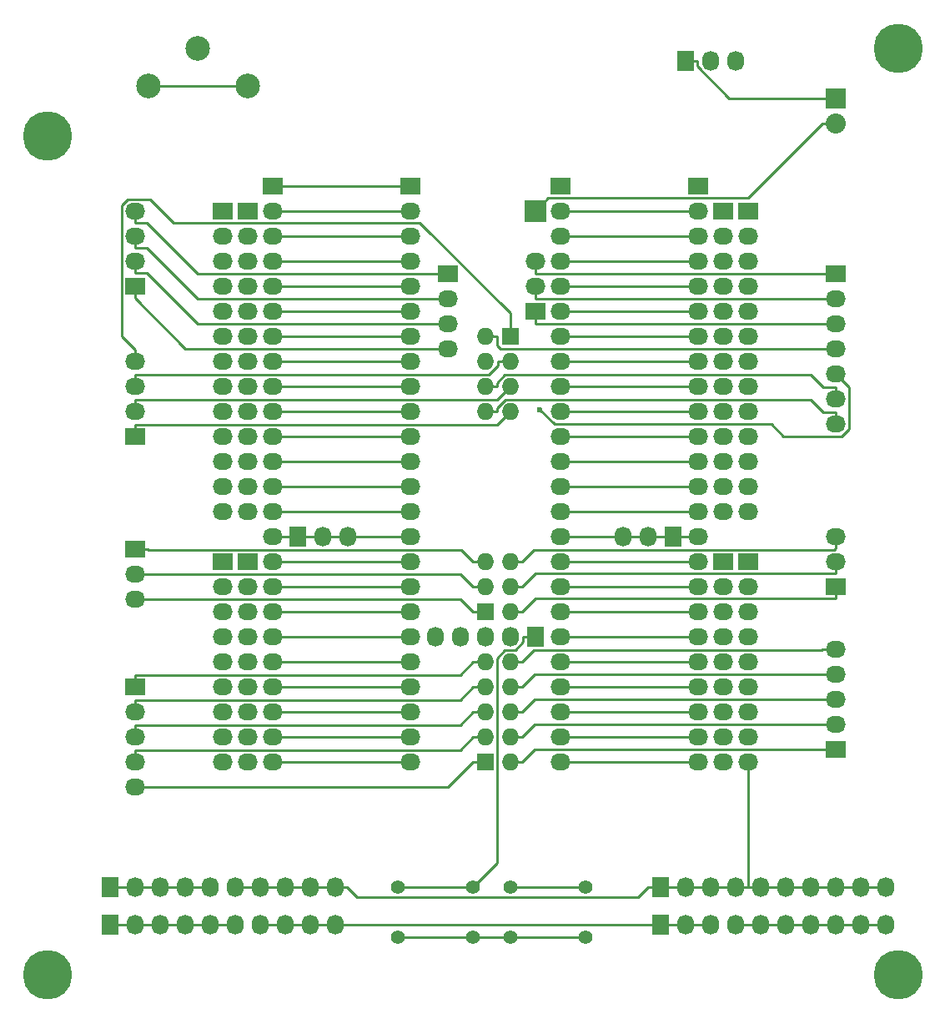
<source format=gbr>
G04 #@! TF.FileFunction,Copper,L2,Bot,Signal*
%FSLAX46Y46*%
G04 Gerber Fmt 4.6, Leading zero omitted, Abs format (unit mm)*
G04 Created by KiCad (PCBNEW 4.0.4-stable) date 11/21/16 07:18:24*
%MOMM*%
%LPD*%
G01*
G04 APERTURE LIST*
%ADD10C,0.100000*%
%ADD11C,2.499360*%
%ADD12R,2.032000X1.727200*%
%ADD13O,2.032000X1.727200*%
%ADD14R,1.727200X2.032000*%
%ADD15O,1.727200X2.032000*%
%ADD16R,1.727200X1.727200*%
%ADD17O,1.727200X1.727200*%
%ADD18R,2.235200X2.235200*%
%ADD19R,2.032000X2.032000*%
%ADD20O,2.032000X2.032000*%
%ADD21C,1.397000*%
%ADD22C,5.000000*%
%ADD23C,0.600000*%
%ADD24C,0.250000*%
G04 APERTURE END LIST*
D10*
D11*
X77627440Y-40640020D03*
X82628700Y-36840180D03*
X87629960Y-40640020D03*
D12*
X85090000Y-53340000D03*
D13*
X85090000Y-55880000D03*
X85090000Y-58420000D03*
X85090000Y-60960000D03*
X85090000Y-63500000D03*
X85090000Y-66040000D03*
X85090000Y-68580000D03*
X85090000Y-71120000D03*
X85090000Y-73660000D03*
X85090000Y-76200000D03*
X85090000Y-78740000D03*
X85090000Y-81280000D03*
X85090000Y-83820000D03*
D12*
X85090000Y-88900000D03*
D13*
X85090000Y-91440000D03*
X85090000Y-93980000D03*
X85090000Y-96520000D03*
X85090000Y-99060000D03*
X85090000Y-101600000D03*
X85090000Y-104140000D03*
X85090000Y-106680000D03*
X85090000Y-109220000D03*
D12*
X87630000Y-53340000D03*
D13*
X87630000Y-55880000D03*
X87630000Y-58420000D03*
X87630000Y-60960000D03*
X87630000Y-63500000D03*
X87630000Y-66040000D03*
X87630000Y-68580000D03*
X87630000Y-71120000D03*
X87630000Y-73660000D03*
X87630000Y-76200000D03*
X87630000Y-78740000D03*
X87630000Y-81280000D03*
X87630000Y-83820000D03*
D12*
X87630000Y-88900000D03*
D13*
X87630000Y-91440000D03*
X87630000Y-93980000D03*
X87630000Y-96520000D03*
X87630000Y-99060000D03*
X87630000Y-101600000D03*
X87630000Y-104140000D03*
X87630000Y-106680000D03*
X87630000Y-109220000D03*
D14*
X92710000Y-86360000D03*
D15*
X95250000Y-86360000D03*
X97790000Y-86360000D03*
D14*
X130810000Y-86360000D03*
D15*
X128270000Y-86360000D03*
X125730000Y-86360000D03*
D14*
X132080000Y-38100000D03*
D15*
X134620000Y-38100000D03*
X137160000Y-38100000D03*
D12*
X90170000Y-50800000D03*
D13*
X90170000Y-53340000D03*
X90170000Y-55880000D03*
X90170000Y-58420000D03*
X90170000Y-60960000D03*
X90170000Y-63500000D03*
X90170000Y-66040000D03*
X90170000Y-68580000D03*
X90170000Y-71120000D03*
X90170000Y-73660000D03*
X90170000Y-76200000D03*
X90170000Y-78740000D03*
X90170000Y-81280000D03*
X90170000Y-83820000D03*
X90170000Y-86360000D03*
X90170000Y-88900000D03*
X90170000Y-91440000D03*
X90170000Y-93980000D03*
X90170000Y-96520000D03*
X90170000Y-99060000D03*
X90170000Y-101600000D03*
X90170000Y-104140000D03*
X90170000Y-106680000D03*
X90170000Y-109220000D03*
D12*
X104140000Y-50800000D03*
D13*
X104140000Y-53340000D03*
X104140000Y-55880000D03*
X104140000Y-58420000D03*
X104140000Y-60960000D03*
X104140000Y-63500000D03*
X104140000Y-66040000D03*
X104140000Y-68580000D03*
X104140000Y-71120000D03*
X104140000Y-73660000D03*
X104140000Y-76200000D03*
X104140000Y-78740000D03*
X104140000Y-81280000D03*
X104140000Y-83820000D03*
X104140000Y-86360000D03*
X104140000Y-88900000D03*
X104140000Y-91440000D03*
X104140000Y-93980000D03*
X104140000Y-96520000D03*
X104140000Y-99060000D03*
X104140000Y-101600000D03*
X104140000Y-104140000D03*
X104140000Y-106680000D03*
X104140000Y-109220000D03*
D12*
X76200000Y-87630000D03*
D13*
X76200000Y-90170000D03*
X76200000Y-92710000D03*
D12*
X119380000Y-50800000D03*
D13*
X119380000Y-53340000D03*
X119380000Y-55880000D03*
X119380000Y-58420000D03*
X119380000Y-60960000D03*
X119380000Y-63500000D03*
X119380000Y-66040000D03*
X119380000Y-68580000D03*
X119380000Y-71120000D03*
X119380000Y-73660000D03*
X119380000Y-76200000D03*
X119380000Y-78740000D03*
X119380000Y-81280000D03*
X119380000Y-83820000D03*
X119380000Y-86360000D03*
X119380000Y-88900000D03*
X119380000Y-91440000D03*
X119380000Y-93980000D03*
X119380000Y-96520000D03*
X119380000Y-99060000D03*
X119380000Y-101600000D03*
X119380000Y-104140000D03*
X119380000Y-106680000D03*
X119380000Y-109220000D03*
D12*
X133350000Y-50800000D03*
D13*
X133350000Y-53340000D03*
X133350000Y-55880000D03*
X133350000Y-58420000D03*
X133350000Y-60960000D03*
X133350000Y-63500000D03*
X133350000Y-66040000D03*
X133350000Y-68580000D03*
X133350000Y-71120000D03*
X133350000Y-73660000D03*
X133350000Y-76200000D03*
X133350000Y-78740000D03*
X133350000Y-81280000D03*
X133350000Y-83820000D03*
X133350000Y-86360000D03*
X133350000Y-88900000D03*
X133350000Y-91440000D03*
X133350000Y-93980000D03*
X133350000Y-96520000D03*
X133350000Y-99060000D03*
X133350000Y-101600000D03*
X133350000Y-104140000D03*
X133350000Y-106680000D03*
X133350000Y-109220000D03*
D12*
X135890000Y-53340000D03*
D13*
X135890000Y-55880000D03*
X135890000Y-58420000D03*
X135890000Y-60960000D03*
X135890000Y-63500000D03*
X135890000Y-66040000D03*
X135890000Y-68580000D03*
X135890000Y-71120000D03*
X135890000Y-73660000D03*
X135890000Y-76200000D03*
X135890000Y-78740000D03*
X135890000Y-81280000D03*
X135890000Y-83820000D03*
D12*
X135890000Y-88900000D03*
D13*
X135890000Y-91440000D03*
X135890000Y-93980000D03*
X135890000Y-96520000D03*
X135890000Y-99060000D03*
X135890000Y-101600000D03*
X135890000Y-104140000D03*
X135890000Y-106680000D03*
X135890000Y-109220000D03*
D12*
X138430000Y-53340000D03*
D13*
X138430000Y-55880000D03*
X138430000Y-58420000D03*
X138430000Y-60960000D03*
X138430000Y-63500000D03*
X138430000Y-66040000D03*
X138430000Y-68580000D03*
X138430000Y-71120000D03*
X138430000Y-73660000D03*
X138430000Y-76200000D03*
X138430000Y-78740000D03*
X138430000Y-81280000D03*
X138430000Y-83820000D03*
D12*
X138430000Y-88900000D03*
D13*
X138430000Y-91440000D03*
X138430000Y-93980000D03*
X138430000Y-96520000D03*
X138430000Y-99060000D03*
X138430000Y-101600000D03*
X138430000Y-104140000D03*
X138430000Y-106680000D03*
X138430000Y-109220000D03*
D12*
X116840000Y-63500000D03*
D13*
X116840000Y-60960000D03*
X116840000Y-58420000D03*
D12*
X76200000Y-76200000D03*
D13*
X76200000Y-73660000D03*
X76200000Y-71120000D03*
X76200000Y-68580000D03*
D16*
X114300000Y-66040000D03*
D17*
X111760000Y-66040000D03*
X114300000Y-68580000D03*
X111760000Y-68580000D03*
X114300000Y-71120000D03*
X111760000Y-71120000D03*
X114300000Y-73660000D03*
X111760000Y-73660000D03*
D16*
X111760000Y-93980000D03*
D17*
X114300000Y-93980000D03*
X111760000Y-91440000D03*
X114300000Y-91440000D03*
X111760000Y-88900000D03*
X114300000Y-88900000D03*
D16*
X111760000Y-109220000D03*
D17*
X114300000Y-109220000D03*
X111760000Y-106680000D03*
X114300000Y-106680000D03*
X111760000Y-104140000D03*
X114300000Y-104140000D03*
X111760000Y-101600000D03*
X114300000Y-101600000D03*
X111760000Y-99060000D03*
X114300000Y-99060000D03*
D18*
X116840000Y-53340000D03*
D19*
X147320000Y-41910000D03*
D20*
X147320000Y-44450000D03*
D12*
X147320000Y-59690000D03*
D13*
X147320000Y-62230000D03*
X147320000Y-64770000D03*
X147320000Y-67310000D03*
X147320000Y-69850000D03*
X147320000Y-72390000D03*
X147320000Y-74930000D03*
D12*
X76200000Y-101600000D03*
D13*
X76200000Y-104140000D03*
X76200000Y-106680000D03*
X76200000Y-109220000D03*
X76200000Y-111760000D03*
D14*
X116840000Y-96520000D03*
D15*
X114300000Y-96520000D03*
X111760000Y-96520000D03*
X109220000Y-96520000D03*
X106680000Y-96520000D03*
D12*
X107950000Y-59690000D03*
D13*
X107950000Y-62230000D03*
X107950000Y-64770000D03*
X107950000Y-67310000D03*
D12*
X76200000Y-60960000D03*
D13*
X76200000Y-58420000D03*
X76200000Y-55880000D03*
X76200000Y-53340000D03*
D12*
X147320000Y-107950000D03*
D13*
X147320000Y-105410000D03*
X147320000Y-102870000D03*
X147320000Y-100330000D03*
X147320000Y-97790000D03*
D14*
X73660000Y-121920000D03*
D15*
X76200000Y-121920000D03*
X78740000Y-121920000D03*
X81280000Y-121920000D03*
X83820000Y-121920000D03*
X86360000Y-121920000D03*
X88900000Y-121920000D03*
X91440000Y-121920000D03*
X93980000Y-121920000D03*
X96520000Y-121920000D03*
D14*
X73660000Y-125730000D03*
D15*
X76200000Y-125730000D03*
X78740000Y-125730000D03*
X81280000Y-125730000D03*
X83820000Y-125730000D03*
X86360000Y-125730000D03*
X88900000Y-125730000D03*
X91440000Y-125730000D03*
X93980000Y-125730000D03*
X96520000Y-125730000D03*
D14*
X129540000Y-121920000D03*
D15*
X132080000Y-121920000D03*
X134620000Y-121920000D03*
X137160000Y-121920000D03*
X139700000Y-121920000D03*
X142240000Y-121920000D03*
X144780000Y-121920000D03*
X147320000Y-121920000D03*
X149860000Y-121920000D03*
X152400000Y-121920000D03*
D14*
X129540000Y-125730000D03*
D15*
X132080000Y-125730000D03*
X134620000Y-125730000D03*
X137160000Y-125730000D03*
X139700000Y-125730000D03*
X142240000Y-125730000D03*
X144780000Y-125730000D03*
X147320000Y-125730000D03*
X149860000Y-125730000D03*
X152400000Y-125730000D03*
D21*
X110490000Y-121920000D03*
X110490000Y-127000000D03*
X102870000Y-121920000D03*
X102870000Y-127000000D03*
X121920000Y-121920000D03*
X121920000Y-127000000D03*
X114300000Y-121920000D03*
X114300000Y-127000000D03*
D12*
X147320000Y-91440000D03*
D13*
X147320000Y-88900000D03*
X147320000Y-86360000D03*
D22*
X153670000Y-36830000D03*
X67310000Y-45720000D03*
X67310000Y-130810000D03*
X153670000Y-130810000D03*
D23*
X117347000Y-73487200D03*
D24*
X87630000Y-40640000D02*
X77627400Y-40640000D01*
X132080000Y-121920000D02*
X129540000Y-121920000D01*
X128351000Y-121920000D02*
X129540000Y-121920000D01*
X127326000Y-122946000D02*
X128351000Y-121920000D01*
X98734400Y-122946000D02*
X127326000Y-122946000D01*
X97708900Y-121920000D02*
X98734400Y-122946000D01*
X96520000Y-121920000D02*
X97708900Y-121920000D01*
X138430000Y-121920000D02*
X138430000Y-109220000D01*
X104140000Y-50800000D02*
X90170000Y-50800000D01*
X147320000Y-121920000D02*
X144780000Y-121920000D01*
X96520000Y-121920000D02*
X93980000Y-121920000D01*
X93980000Y-121920000D02*
X91440000Y-121920000D01*
X91440000Y-121920000D02*
X88900000Y-121920000D01*
X88900000Y-121920000D02*
X86360000Y-121920000D01*
X78740000Y-121920000D02*
X76200000Y-121920000D01*
X76200000Y-121920000D02*
X73660000Y-121920000D01*
X152400000Y-121920000D02*
X149860000Y-121920000D01*
X149860000Y-121920000D02*
X147320000Y-121920000D01*
X137160000Y-121920000D02*
X134620000Y-121920000D01*
X134620000Y-121920000D02*
X132080000Y-121920000D01*
X138430000Y-121920000D02*
X137160000Y-121920000D01*
X144780000Y-121920000D02*
X142240000Y-121920000D01*
X83820000Y-121920000D02*
X81280000Y-121920000D01*
X81280000Y-121920000D02*
X78740000Y-121920000D01*
X142240000Y-121920000D02*
X139700000Y-121920000D01*
X139700000Y-121920000D02*
X138430000Y-121920000D01*
X134620000Y-125730000D02*
X132080000Y-125730000D01*
X136559000Y-41910000D02*
X147320000Y-41910000D01*
X133269000Y-38620100D02*
X136559000Y-41910000D01*
X133269000Y-38100000D02*
X133269000Y-38620100D01*
X132080000Y-38100000D02*
X133269000Y-38100000D01*
X132080000Y-125730000D02*
X129540000Y-125730000D01*
X86360000Y-125730000D02*
X83820000Y-125730000D01*
X96520000Y-125730000D02*
X93980000Y-125730000D01*
X83820000Y-125730000D02*
X81280000Y-125730000D01*
X81280000Y-125730000D02*
X78740000Y-125730000D01*
X129540000Y-125730000D02*
X96520000Y-125730000D01*
X142240000Y-125730000D02*
X139700000Y-125730000D01*
X139700000Y-125730000D02*
X137160000Y-125730000D01*
X78740000Y-125730000D02*
X76200000Y-125730000D01*
X76200000Y-125730000D02*
X73660000Y-125730000D01*
X147320000Y-125730000D02*
X144780000Y-125730000D01*
X144780000Y-125730000D02*
X142240000Y-125730000D01*
X93980000Y-125730000D02*
X91440000Y-125730000D01*
X91440000Y-125730000D02*
X88900000Y-125730000D01*
X152400000Y-125730000D02*
X149860000Y-125730000D01*
X149860000Y-125730000D02*
X147320000Y-125730000D01*
X102870000Y-127000000D02*
X110490000Y-127000000D01*
X90170000Y-86360000D02*
X92710000Y-86360000D01*
X104140000Y-86360000D02*
X97790000Y-86360000D01*
X97790000Y-86360000D02*
X95250000Y-86360000D01*
X95250000Y-86360000D02*
X92710000Y-86360000D01*
X114300000Y-127000000D02*
X110490000Y-127000000D01*
X114300000Y-127000000D02*
X121920000Y-127000000D01*
X133350000Y-86360000D02*
X130810000Y-86360000D01*
X119380000Y-86360000D02*
X125730000Y-86360000D01*
X125730000Y-86360000D02*
X128270000Y-86360000D01*
X128270000Y-86360000D02*
X130810000Y-86360000D01*
X104140000Y-53340000D02*
X90170000Y-53340000D01*
X90170000Y-55880000D02*
X104140000Y-55880000D01*
X104140000Y-58420000D02*
X90170000Y-58420000D01*
X104140000Y-60960000D02*
X90170000Y-60960000D01*
X104140000Y-63500000D02*
X90170000Y-63500000D01*
X104140000Y-66040000D02*
X90170000Y-66040000D01*
X104140000Y-68580000D02*
X90170000Y-68580000D01*
X104140000Y-71120000D02*
X90170000Y-71120000D01*
X104140000Y-73660000D02*
X90170000Y-73660000D01*
X104140000Y-76200000D02*
X90170000Y-76200000D01*
X104140000Y-78740000D02*
X90170000Y-78740000D01*
X104140000Y-81280000D02*
X90170000Y-81280000D01*
X104140000Y-83820000D02*
X90170000Y-83820000D01*
X104140000Y-88900000D02*
X90170000Y-88900000D01*
X104140000Y-91440000D02*
X90170000Y-91440000D01*
X104140000Y-93980000D02*
X90170000Y-93980000D01*
X104140000Y-96520000D02*
X90170000Y-96520000D01*
X104140000Y-99060000D02*
X90170000Y-99060000D01*
X104140000Y-101600000D02*
X90170000Y-101600000D01*
X104140000Y-104140000D02*
X90170000Y-104140000D01*
X104140000Y-106680000D02*
X90170000Y-106680000D01*
X104140000Y-109220000D02*
X90170000Y-109220000D01*
X110571000Y-88900000D02*
X111760000Y-88900000D01*
X109382000Y-87711100D02*
X110571000Y-88900000D01*
X77622400Y-87711100D02*
X109382000Y-87711100D01*
X77541300Y-87630000D02*
X77622400Y-87711100D01*
X76200000Y-87630000D02*
X77541300Y-87630000D01*
X109301000Y-90170000D02*
X76200000Y-90170000D01*
X110571000Y-91440000D02*
X109301000Y-90170000D01*
X111760000Y-91440000D02*
X110571000Y-91440000D01*
X109301000Y-92710000D02*
X76200000Y-92710000D01*
X110571000Y-93980000D02*
X109301000Y-92710000D01*
X111760000Y-93980000D02*
X110571000Y-93980000D01*
X119380000Y-53340000D02*
X133350000Y-53340000D01*
X119380000Y-55880000D02*
X133350000Y-55880000D01*
X119380000Y-58420000D02*
X133350000Y-58420000D01*
X119380000Y-60960000D02*
X133350000Y-60960000D01*
X119380000Y-63500000D02*
X133350000Y-63500000D01*
X119380000Y-66040000D02*
X133350000Y-66040000D01*
X119380000Y-68580000D02*
X133350000Y-68580000D01*
X119380000Y-71120000D02*
X133350000Y-71120000D01*
X119380000Y-73660000D02*
X133350000Y-73660000D01*
X119380000Y-76200000D02*
X133350000Y-76200000D01*
X119380000Y-78740000D02*
X133350000Y-78740000D01*
X119380000Y-81280000D02*
X133350000Y-81280000D01*
X119380000Y-83820000D02*
X133350000Y-83820000D01*
X119380000Y-88900000D02*
X133350000Y-88900000D01*
X119380000Y-91440000D02*
X133350000Y-91440000D01*
X119380000Y-93980000D02*
X133350000Y-93980000D01*
X119380000Y-96520000D02*
X133350000Y-96520000D01*
X119380000Y-99060000D02*
X133350000Y-99060000D01*
X119380000Y-101600000D02*
X133350000Y-101600000D01*
X119380000Y-104140000D02*
X133350000Y-104140000D01*
X119380000Y-106680000D02*
X133350000Y-106680000D01*
X119380000Y-109220000D02*
X133350000Y-109220000D01*
X116921000Y-64770000D02*
X147320000Y-64770000D01*
X116840000Y-64688900D02*
X116921000Y-64770000D01*
X116840000Y-63500000D02*
X116840000Y-64688900D01*
X116921000Y-62230000D02*
X147320000Y-62230000D01*
X116840000Y-62148900D02*
X116921000Y-62230000D01*
X116840000Y-60960000D02*
X116840000Y-62148900D01*
X116921000Y-59690000D02*
X147320000Y-59690000D01*
X116840000Y-59608900D02*
X116921000Y-59690000D01*
X116840000Y-58420000D02*
X116840000Y-59608900D01*
X112949000Y-75011100D02*
X114300000Y-73660000D01*
X76200000Y-75011100D02*
X112949000Y-75011100D01*
X76200000Y-76200000D02*
X76200000Y-75011100D01*
X112949000Y-72471100D02*
X114300000Y-71120000D01*
X76200000Y-72471100D02*
X112949000Y-72471100D01*
X76200000Y-73660000D02*
X76200000Y-72471100D01*
X113111000Y-68580000D02*
X114300000Y-68580000D01*
X113111000Y-68951600D02*
X113111000Y-68580000D01*
X112132000Y-69931100D02*
X113111000Y-68951600D01*
X76200000Y-69931100D02*
X112132000Y-69931100D01*
X76200000Y-71120000D02*
X76200000Y-69931100D01*
X114300000Y-63688000D02*
X114300000Y-66040000D01*
X105141000Y-54529000D02*
X114300000Y-63688000D01*
X80144200Y-54529000D02*
X105141000Y-54529000D01*
X77749100Y-52133900D02*
X80144200Y-54529000D01*
X75490900Y-52133900D02*
X77749100Y-52133900D01*
X74858600Y-52766200D02*
X75490900Y-52133900D01*
X74858600Y-66049700D02*
X74858600Y-52766200D01*
X76200000Y-67391100D02*
X74858600Y-66049700D01*
X76200000Y-68580000D02*
X76200000Y-67391100D01*
X113327000Y-67310000D02*
X147320000Y-67310000D01*
X112949000Y-66931700D02*
X113327000Y-67310000D01*
X112949000Y-66040000D02*
X112949000Y-66931700D01*
X111760000Y-66040000D02*
X112949000Y-66040000D01*
X118790000Y-74930000D02*
X117347000Y-73487200D01*
X140819000Y-74930000D02*
X118790000Y-74930000D01*
X142027000Y-76138100D02*
X140819000Y-74930000D01*
X147989000Y-76138100D02*
X142027000Y-76138100D01*
X148696000Y-75431000D02*
X147989000Y-76138100D01*
X148696000Y-71225800D02*
X148696000Y-75431000D01*
X147320000Y-69850000D02*
X148696000Y-71225800D01*
X147320000Y-71201100D02*
X147320000Y-72390000D01*
X146131000Y-71201100D02*
X147320000Y-71201100D01*
X144861000Y-69931100D02*
X146131000Y-71201100D01*
X113766000Y-69931100D02*
X144861000Y-69931100D01*
X112949000Y-70748400D02*
X113766000Y-69931100D01*
X112949000Y-71120000D02*
X112949000Y-70748400D01*
X111760000Y-71120000D02*
X112949000Y-71120000D01*
X147320000Y-73741100D02*
X147320000Y-74930000D01*
X146131000Y-73741100D02*
X147320000Y-73741100D01*
X144857000Y-72467200D02*
X146131000Y-73741100D01*
X113811000Y-72467200D02*
X144857000Y-72467200D01*
X112949000Y-73329100D02*
X113811000Y-72467200D01*
X112949000Y-73660000D02*
X112949000Y-73329100D01*
X111760000Y-73660000D02*
X112949000Y-73660000D01*
X115489000Y-93980000D02*
X114300000Y-93980000D01*
X116840000Y-92628900D02*
X115489000Y-93980000D01*
X147320000Y-92628900D02*
X116840000Y-92628900D01*
X147320000Y-91440000D02*
X147320000Y-92628900D01*
X115489000Y-91440000D02*
X114300000Y-91440000D01*
X116840000Y-90088900D02*
X115489000Y-91440000D01*
X147320000Y-90088900D02*
X116840000Y-90088900D01*
X147320000Y-88900000D02*
X147320000Y-90088900D01*
X115489000Y-88900000D02*
X114300000Y-88900000D01*
X116678000Y-87711100D02*
X115489000Y-88900000D01*
X147158000Y-87711100D02*
X116678000Y-87711100D01*
X147320000Y-87548900D02*
X147158000Y-87711100D01*
X147320000Y-86360000D02*
X147320000Y-87548900D01*
X108031000Y-111760000D02*
X76200000Y-111760000D01*
X110571000Y-109220000D02*
X108031000Y-111760000D01*
X111760000Y-109220000D02*
X110571000Y-109220000D01*
X116759000Y-107950000D02*
X147320000Y-107950000D01*
X115489000Y-109220000D02*
X116759000Y-107950000D01*
X114300000Y-109220000D02*
X115489000Y-109220000D01*
X76200000Y-108031000D02*
X76200000Y-109220000D01*
X109220000Y-108031000D02*
X76200000Y-108031000D01*
X110571000Y-106680000D02*
X109220000Y-108031000D01*
X111760000Y-106680000D02*
X110571000Y-106680000D01*
X116759000Y-105410000D02*
X147320000Y-105410000D01*
X115489000Y-106680000D02*
X116759000Y-105410000D01*
X114300000Y-106680000D02*
X115489000Y-106680000D01*
X76200000Y-105491000D02*
X76200000Y-106680000D01*
X109220000Y-105491000D02*
X76200000Y-105491000D01*
X110571000Y-104140000D02*
X109220000Y-105491000D01*
X111760000Y-104140000D02*
X110571000Y-104140000D01*
X116759000Y-102870000D02*
X147320000Y-102870000D01*
X115489000Y-104140000D02*
X116759000Y-102870000D01*
X114300000Y-104140000D02*
X115489000Y-104140000D01*
X76200000Y-102951000D02*
X76200000Y-104140000D01*
X109220000Y-102951000D02*
X76200000Y-102951000D01*
X110571000Y-101600000D02*
X109220000Y-102951000D01*
X111760000Y-101600000D02*
X110571000Y-101600000D01*
X116759000Y-100330000D02*
X147320000Y-100330000D01*
X115489000Y-101600000D02*
X116759000Y-100330000D01*
X114300000Y-101600000D02*
X115489000Y-101600000D01*
X76200000Y-100411000D02*
X76200000Y-101600000D01*
X109220000Y-100411000D02*
X76200000Y-100411000D01*
X110571000Y-99060000D02*
X109220000Y-100411000D01*
X111760000Y-99060000D02*
X110571000Y-99060000D01*
X145979000Y-97790000D02*
X147320000Y-97790000D01*
X145898000Y-97871100D02*
X145979000Y-97790000D01*
X116678000Y-97871100D02*
X145898000Y-97871100D01*
X115489000Y-99060000D02*
X116678000Y-97871100D01*
X114300000Y-99060000D02*
X115489000Y-99060000D01*
X118191000Y-51989000D02*
X116840000Y-53340000D01*
X138440000Y-51989000D02*
X118191000Y-51989000D01*
X145979000Y-44450000D02*
X138440000Y-51989000D01*
X147320000Y-44450000D02*
X145979000Y-44450000D01*
X102870000Y-121920000D02*
X110490000Y-121920000D01*
X112949000Y-119461000D02*
X110490000Y-121920000D01*
X112949000Y-98698300D02*
X112949000Y-119461000D01*
X113781000Y-97866200D02*
X112949000Y-98698300D01*
X114825000Y-97866200D02*
X113781000Y-97866200D01*
X115651000Y-97040100D02*
X114825000Y-97866200D01*
X115651000Y-96520000D02*
X115651000Y-97040100D01*
X116840000Y-96520000D02*
X115651000Y-96520000D01*
X114300000Y-121920000D02*
X121920000Y-121920000D01*
X82550000Y-59690000D02*
X107950000Y-59690000D01*
X77388900Y-54528900D02*
X82550000Y-59690000D01*
X76200000Y-54528900D02*
X77388900Y-54528900D01*
X76200000Y-53340000D02*
X76200000Y-54528900D01*
X82550000Y-62230000D02*
X107950000Y-62230000D01*
X77388900Y-57068900D02*
X82550000Y-62230000D01*
X76200000Y-57068900D02*
X77388900Y-57068900D01*
X76200000Y-55880000D02*
X76200000Y-57068900D01*
X82550000Y-64770000D02*
X107950000Y-64770000D01*
X77388900Y-59608900D02*
X82550000Y-64770000D01*
X76200000Y-59608900D02*
X77388900Y-59608900D01*
X76200000Y-58420000D02*
X76200000Y-59608900D01*
X81361100Y-67310000D02*
X107950000Y-67310000D01*
X76200000Y-62148900D02*
X81361100Y-67310000D01*
X76200000Y-60960000D02*
X76200000Y-62148900D01*
M02*

</source>
